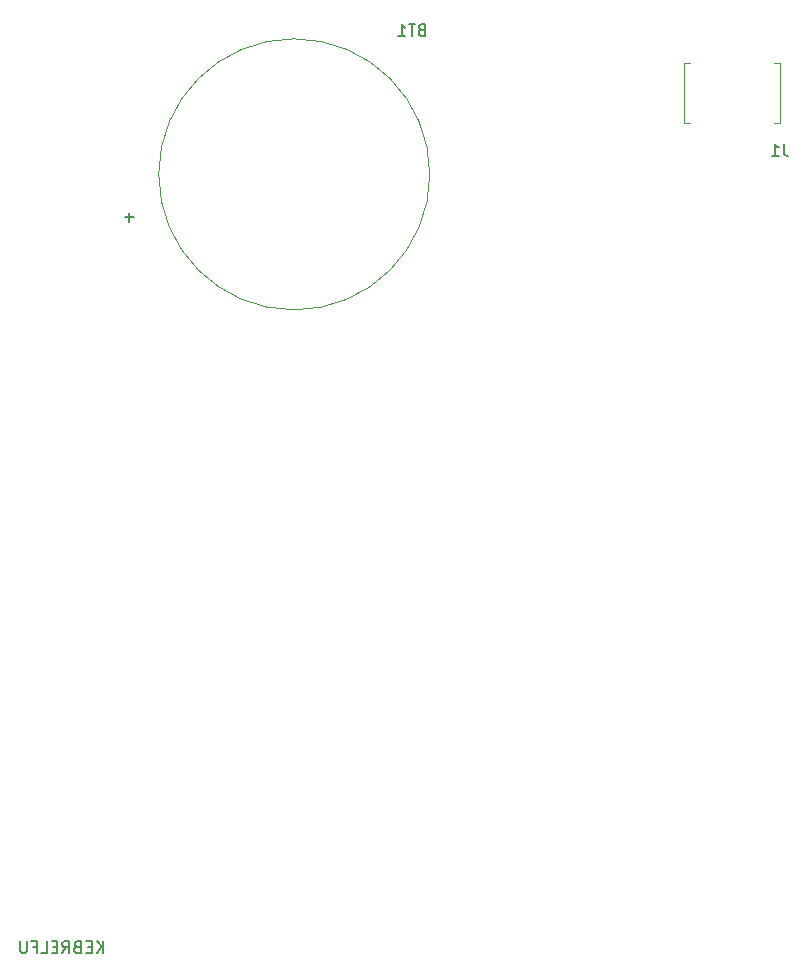
<source format=gbr>
G04 #@! TF.GenerationSoftware,KiCad,Pcbnew,(5.1.5)-3*
G04 #@! TF.CreationDate,2021-01-15T00:08:51-08:00*
G04 #@! TF.ProjectId,KHP2100,4b485032-3130-4302-9e6b-696361645f70,NC*
G04 #@! TF.SameCoordinates,Original*
G04 #@! TF.FileFunction,Legend,Bot*
G04 #@! TF.FilePolarity,Positive*
%FSLAX46Y46*%
G04 Gerber Fmt 4.6, Leading zero omitted, Abs format (unit mm)*
G04 Created by KiCad (PCBNEW (5.1.5)-3) date 2021-01-15 00:08:51*
%MOMM*%
%LPD*%
G04 APERTURE LIST*
%ADD10C,0.150000*%
%ADD11C,0.120000*%
G04 APERTURE END LIST*
D10*
X119424009Y-133040380D02*
X119424009Y-132040380D01*
X118852580Y-133040380D02*
X119281152Y-132468952D01*
X118852580Y-132040380D02*
X119424009Y-132611809D01*
X118424009Y-132516571D02*
X118090676Y-132516571D01*
X117947819Y-133040380D02*
X118424009Y-133040380D01*
X118424009Y-132040380D01*
X117947819Y-132040380D01*
X117185914Y-132516571D02*
X117043057Y-132564190D01*
X116995438Y-132611809D01*
X116947819Y-132707047D01*
X116947819Y-132849904D01*
X116995438Y-132945142D01*
X117043057Y-132992761D01*
X117138295Y-133040380D01*
X117519247Y-133040380D01*
X117519247Y-132040380D01*
X117185914Y-132040380D01*
X117090676Y-132088000D01*
X117043057Y-132135619D01*
X116995438Y-132230857D01*
X116995438Y-132326095D01*
X117043057Y-132421333D01*
X117090676Y-132468952D01*
X117185914Y-132516571D01*
X117519247Y-132516571D01*
X115947819Y-133040380D02*
X116281152Y-132564190D01*
X116519247Y-133040380D02*
X116519247Y-132040380D01*
X116138295Y-132040380D01*
X116043057Y-132088000D01*
X115995438Y-132135619D01*
X115947819Y-132230857D01*
X115947819Y-132373714D01*
X115995438Y-132468952D01*
X116043057Y-132516571D01*
X116138295Y-132564190D01*
X116519247Y-132564190D01*
X115519247Y-132516571D02*
X115185914Y-132516571D01*
X115043057Y-133040380D02*
X115519247Y-133040380D01*
X115519247Y-132040380D01*
X115043057Y-132040380D01*
X114138295Y-133040380D02*
X114614485Y-133040380D01*
X114614485Y-132040380D01*
X113471628Y-132516571D02*
X113804961Y-132516571D01*
X113804961Y-133040380D02*
X113804961Y-132040380D01*
X113328771Y-132040380D01*
X112947819Y-132040380D02*
X112947819Y-132849904D01*
X112900200Y-132945142D01*
X112852580Y-132992761D01*
X112757342Y-133040380D01*
X112566866Y-133040380D01*
X112471628Y-132992761D01*
X112424009Y-132945142D01*
X112376390Y-132849904D01*
X112376390Y-132040380D01*
D11*
X147057117Y-67126267D02*
G75*
G03X147057117Y-67126267I-11475067J0D01*
G01*
X176722900Y-57683200D02*
X176214900Y-57683200D01*
X176722900Y-62763200D02*
X176722900Y-57683200D01*
X176214900Y-62763200D02*
X176722900Y-62763200D01*
X168594900Y-57683200D02*
X169102900Y-57683200D01*
X168594900Y-62763200D02*
X168594900Y-57683200D01*
X169102900Y-62763200D02*
X168594900Y-62763200D01*
D10*
X146353114Y-54894171D02*
X146210257Y-54941790D01*
X146162638Y-54989409D01*
X146115019Y-55084647D01*
X146115019Y-55227504D01*
X146162638Y-55322742D01*
X146210257Y-55370361D01*
X146305495Y-55417980D01*
X146686447Y-55417980D01*
X146686447Y-54417980D01*
X146353114Y-54417980D01*
X146257876Y-54465600D01*
X146210257Y-54513219D01*
X146162638Y-54608457D01*
X146162638Y-54703695D01*
X146210257Y-54798933D01*
X146257876Y-54846552D01*
X146353114Y-54894171D01*
X146686447Y-54894171D01*
X145829304Y-54417980D02*
X145257876Y-54417980D01*
X145543590Y-55417980D02*
X145543590Y-54417980D01*
X144400733Y-55417980D02*
X144972161Y-55417980D01*
X144686447Y-55417980D02*
X144686447Y-54417980D01*
X144781685Y-54560838D01*
X144876923Y-54656076D01*
X144972161Y-54703695D01*
X121635828Y-70358047D02*
X121635828Y-71119952D01*
X122016780Y-70739000D02*
X121254876Y-70739000D01*
X177015733Y-64552580D02*
X177015733Y-65266866D01*
X177063352Y-65409723D01*
X177158590Y-65504961D01*
X177301447Y-65552580D01*
X177396685Y-65552580D01*
X176015733Y-65552580D02*
X176587161Y-65552580D01*
X176301447Y-65552580D02*
X176301447Y-64552580D01*
X176396685Y-64695438D01*
X176491923Y-64790676D01*
X176587161Y-64838295D01*
M02*

</source>
